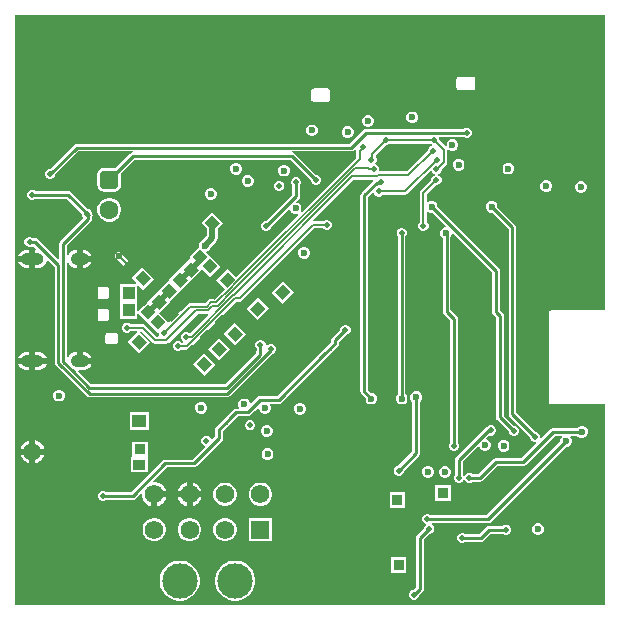
<source format=gbl>
G04*
G04 #@! TF.GenerationSoftware,Altium Limited,Altium Designer,25.0.2 (28)*
G04*
G04 Layer_Physical_Order=4*
G04 Layer_Color=16711680*
%FSLAX25Y25*%
%MOIN*%
G70*
G04*
G04 #@! TF.SameCoordinates,77BAF947-F79B-4421-9DE9-08F6AA71662D*
G04*
G04*
G04 #@! TF.FilePolarity,Positive*
G04*
G01*
G75*
%ADD11C,0.00984*%
%ADD13C,0.00787*%
%ADD26R,0.03772X0.03591*%
G04:AMPARAMS|DCode=34|XSize=37.72mil|YSize=35.91mil|CornerRadius=0mil|HoleSize=0mil|Usage=FLASHONLY|Rotation=225.000|XOffset=0mil|YOffset=0mil|HoleType=Round|Shape=Rectangle|*
%AMROTATEDRECTD34*
4,1,4,0.00064,0.02603,0.02603,0.00064,-0.00064,-0.02603,-0.02603,-0.00064,0.00064,0.02603,0.0*
%
%ADD34ROTATEDRECTD34*%

G04:AMPARAMS|DCode=35|XSize=37.72mil|YSize=35.91mil|CornerRadius=0mil|HoleSize=0mil|Usage=FLASHONLY|Rotation=315.000|XOffset=0mil|YOffset=0mil|HoleType=Round|Shape=Rectangle|*
%AMROTATEDRECTD35*
4,1,4,-0.02603,0.00064,-0.00064,0.02603,0.02603,-0.00064,0.00064,-0.02603,-0.02603,0.00064,0.0*
%
%ADD35ROTATEDRECTD35*%

%ADD65R,0.03591X0.03772*%
%ADD125C,0.00984*%
%ADD127C,0.01968*%
%ADD132C,0.00984*%
%ADD133C,0.00984*%
%ADD135C,0.00728*%
%ADD141C,0.00984*%
%ADD150C,0.06000*%
%ADD151C,0.06299*%
G04:AMPARAMS|DCode=152|XSize=62.99mil|YSize=62.99mil|CornerRadius=15.75mil|HoleSize=0mil|Usage=FLASHONLY|Rotation=270.000|XOffset=0mil|YOffset=0mil|HoleType=Round|Shape=RoundedRectangle|*
%AMROUNDEDRECTD152*
21,1,0.06299,0.03150,0,0,270.0*
21,1,0.03150,0.06299,0,0,270.0*
1,1,0.03150,-0.01575,-0.01575*
1,1,0.03150,-0.01575,0.01575*
1,1,0.03150,0.01575,0.01575*
1,1,0.03150,0.01575,-0.01575*
%
%ADD152ROUNDEDRECTD152*%
%ADD153O,0.07677X0.04134*%
%ADD154O,0.06102X0.04134*%
%ADD155C,0.11811*%
%ADD156C,0.06181*%
%ADD157R,0.06181X0.06181*%
%ADD158C,0.01811*%
%ADD159C,0.02362*%
%ADD160C,0.01968*%
%ADD162R,0.04164X0.03591*%
%ADD163R,0.04750X0.04166*%
G04:AMPARAMS|DCode=164|XSize=35.67mil|YSize=33.79mil|CornerRadius=0mil|HoleSize=0mil|Usage=FLASHONLY|Rotation=135.000|XOffset=0mil|YOffset=0mil|HoleType=Round|Shape=Rectangle|*
%AMROTATEDRECTD164*
4,1,4,0.02456,-0.00067,0.00067,-0.02456,-0.02456,0.00067,-0.00067,0.02456,0.02456,-0.00067,0.0*
%
%ADD164ROTATEDRECTD164*%

%ADD165R,0.03961X0.04153*%
%ADD166C,0.00984*%
G36*
X196850Y98244D02*
X178740D01*
X178433Y98183D01*
X178173Y98009D01*
X177998Y97748D01*
X177937Y97441D01*
Y67913D01*
X177998Y67606D01*
X178173Y67346D01*
X178433Y67172D01*
X178740Y67111D01*
X196850D01*
Y0D01*
X0D01*
Y196850D01*
X196850D01*
Y98244D01*
D02*
G37*
%LPC*%
G36*
X152744Y176219D02*
X148044D01*
X147737Y176157D01*
X147476Y175983D01*
X147302Y175723D01*
X147241Y175416D01*
Y172616D01*
X147302Y172309D01*
X147476Y172048D01*
X147737Y171874D01*
X148044Y171813D01*
X152744D01*
X153051Y171874D01*
X153311Y172048D01*
X153485Y172309D01*
X153547Y172616D01*
Y175416D01*
X153485Y175723D01*
X153311Y175983D01*
X153051Y176157D01*
X152744Y176219D01*
D02*
G37*
G36*
X104318Y172282D02*
X99619D01*
X99311Y172221D01*
X99051Y172046D01*
X98877Y171786D01*
X98816Y171479D01*
Y168679D01*
X98877Y168371D01*
X99051Y168111D01*
X99311Y167937D01*
X99619Y167876D01*
X104318D01*
X104626Y167937D01*
X104886Y168111D01*
X105060Y168371D01*
X105121Y168679D01*
Y171479D01*
X105060Y171786D01*
X104886Y172046D01*
X104626Y172221D01*
X104318Y172282D01*
D02*
G37*
G36*
X132887Y164567D02*
X132104D01*
X131381Y164267D01*
X130827Y163714D01*
X130527Y162990D01*
Y162207D01*
X130827Y161483D01*
X131381Y160930D01*
X132104Y160630D01*
X132887D01*
X133611Y160930D01*
X134165Y161483D01*
X134464Y162207D01*
Y162990D01*
X134165Y163714D01*
X133611Y164267D01*
X132887Y164567D01*
D02*
G37*
G36*
X118108Y163386D02*
X117325D01*
X116602Y163086D01*
X116048Y162532D01*
X115748Y161809D01*
Y161026D01*
X116048Y160302D01*
X116602Y159748D01*
X117325Y159449D01*
X118108D01*
X118832Y159748D01*
X119385Y160302D01*
X119685Y161026D01*
Y161809D01*
X119385Y162532D01*
X118832Y163086D01*
X118108Y163386D01*
D02*
G37*
G36*
X99498Y160236D02*
X98715D01*
X97991Y159937D01*
X97438Y159383D01*
X97138Y158659D01*
Y157876D01*
X97438Y157153D01*
X97991Y156599D01*
X98715Y156299D01*
X99498D01*
X100221Y156599D01*
X100775Y157153D01*
X101075Y157876D01*
Y158659D01*
X100775Y159383D01*
X100221Y159937D01*
X99498Y160236D01*
D02*
G37*
G36*
X150927Y159173D02*
X150254D01*
X149632Y158915D01*
X149501Y158785D01*
X117126D01*
X116627Y158686D01*
X116203Y158403D01*
X111664Y153864D01*
X20669D01*
X20170Y153764D01*
X19747Y153482D01*
X11659Y145394D01*
X11474D01*
X10852Y145136D01*
X10376Y144660D01*
X10118Y144037D01*
Y143364D01*
X10376Y142742D01*
X10852Y142266D01*
X11474Y142008D01*
X12148D01*
X12770Y142266D01*
X13246Y142742D01*
X13504Y143364D01*
Y143549D01*
X21210Y151255D01*
X39276D01*
X39292Y150911D01*
X38792Y150812D01*
X38369Y150529D01*
X33541Y145701D01*
X33071Y145794D01*
X29921D01*
X29000Y145611D01*
X28218Y145089D01*
X27696Y144307D01*
X27513Y143386D01*
Y140236D01*
X27696Y139314D01*
X28218Y138533D01*
X29000Y138011D01*
X29921Y137828D01*
X33071D01*
X33993Y138011D01*
X34774Y138533D01*
X35296Y139314D01*
X35479Y140236D01*
Y143386D01*
X35386Y143856D01*
X39832Y148302D01*
X91979D01*
X98701Y141580D01*
Y141396D01*
X98959Y140773D01*
X99435Y140297D01*
X100057Y140040D01*
X100731D01*
X101353Y140297D01*
X101829Y140773D01*
X102087Y141396D01*
Y142069D01*
X101829Y142691D01*
X101353Y143167D01*
X100731Y143425D01*
X100546D01*
X93442Y150529D01*
X93019Y150812D01*
X92520Y150911D01*
X92535Y151255D01*
X112205D01*
X112704Y151354D01*
X113127Y151637D01*
X113482Y151992D01*
X113805Y151819D01*
X113756Y151575D01*
X113756Y151575D01*
Y149220D01*
X95619Y131082D01*
X95322Y131281D01*
X95561Y131858D01*
Y132641D01*
X95262Y133364D01*
X94708Y133918D01*
X94022Y134202D01*
X93866Y134541D01*
X94646Y135321D01*
X94929Y135744D01*
X95028Y136244D01*
Y139832D01*
X95159Y139963D01*
X95417Y140585D01*
Y141259D01*
X95159Y141881D01*
X94683Y142357D01*
X94060Y142615D01*
X93387D01*
X92765Y142357D01*
X92289Y141881D01*
X92031Y141259D01*
Y140585D01*
X92289Y139963D01*
X92419Y139832D01*
Y136784D01*
X83683Y128048D01*
X83498D01*
X82876Y127790D01*
X82400Y127314D01*
X82142Y126692D01*
Y126018D01*
X82400Y125396D01*
X82876Y124920D01*
X83498Y124662D01*
X84172D01*
X84794Y124920D01*
X85270Y125396D01*
X85528Y126018D01*
Y126203D01*
X91301Y131976D01*
X91640Y131820D01*
X91924Y131134D01*
X92478Y130580D01*
X93201Y130281D01*
X93984D01*
X94561Y130520D01*
X94760Y130223D01*
X73781Y109245D01*
X70986Y112040D01*
X67205Y108259D01*
X69975Y105489D01*
X66619Y102133D01*
X65428D01*
X65428Y102133D01*
X64967Y102041D01*
X64576Y101780D01*
X63446Y100650D01*
X58329D01*
X58329Y100650D01*
X57868Y100558D01*
X57477Y100297D01*
X57477Y100297D01*
X51582Y94402D01*
X51236Y94393D01*
X48075Y97554D01*
X51583Y101063D01*
X55127Y104606D01*
X58780Y108259D01*
X62323Y111802D01*
X62665Y111785D01*
X65056Y109394D01*
X68559Y112897D01*
X65351Y116104D01*
X65351Y116104D01*
X63873Y117583D01*
X63955Y117996D01*
X64407Y118183D01*
X64961Y118737D01*
X65123Y119128D01*
X67145Y121150D01*
X67536Y121736D01*
X67674Y122427D01*
Y125593D01*
X69520Y127440D01*
X65739Y131221D01*
X62086Y127568D01*
X64061Y125593D01*
Y123175D01*
X62569Y121683D01*
X62177Y121521D01*
X61624Y120967D01*
X61324Y120244D01*
Y119460D01*
X61357Y119381D01*
X58213Y116237D01*
X58524Y115926D01*
X58542Y115583D01*
X54889Y111930D01*
X51346Y108387D01*
X47912Y104953D01*
X44259Y101301D01*
X44358Y101202D01*
X41069Y97912D01*
X41055Y97899D01*
X40705Y98044D01*
Y101275D01*
Y106722D01*
X41055Y106867D01*
X42695Y105227D01*
X46347Y108880D01*
X42566Y112661D01*
X38914Y109008D01*
X40569Y107353D01*
X40424Y107003D01*
X35169D01*
Y101275D01*
Y95561D01*
X40705D01*
Y97423D01*
X41055Y97568D01*
X41069Y97554D01*
X44097Y94526D01*
X47733Y90890D01*
X47914Y90614D01*
Y90325D01*
X48083Y89917D01*
X47850Y89567D01*
X47213D01*
X43461Y93318D01*
X43461Y93318D01*
X43071Y93579D01*
X42610Y93671D01*
X42610Y93671D01*
X38644D01*
X38361Y93955D01*
X37738Y94213D01*
X37065D01*
X36443Y93955D01*
X35966Y93479D01*
X35709Y92857D01*
Y92183D01*
X35966Y91561D01*
X36443Y91085D01*
X37065Y90827D01*
X37738D01*
X38361Y91085D01*
X38539Y91263D01*
X40654D01*
X40788Y90939D01*
X37566Y87718D01*
X41347Y83937D01*
X45000Y87590D01*
X41651Y90939D01*
X41785Y91263D01*
X42111D01*
X45744Y87629D01*
X45744Y87629D01*
X45863Y87511D01*
X45863Y87511D01*
X46253Y87250D01*
X46714Y87159D01*
X50559D01*
X50559Y87159D01*
X51020Y87250D01*
X51410Y87511D01*
X61003Y97104D01*
X64313D01*
X64456Y96839D01*
X64468Y96764D01*
X58428Y90725D01*
X58126D01*
X58046Y90805D01*
X57423Y91063D01*
X56750D01*
X56128Y90805D01*
X55651Y90329D01*
X55394Y89707D01*
Y89033D01*
X55651Y88411D01*
X56128Y87935D01*
X56150Y87926D01*
X56080Y87576D01*
X55725D01*
X55464Y87837D01*
X54842Y88095D01*
X54168D01*
X53546Y87837D01*
X53070Y87361D01*
X52812Y86738D01*
Y86065D01*
X53070Y85443D01*
X53546Y84966D01*
X54168Y84709D01*
X54842D01*
X55464Y84966D01*
X55725Y85227D01*
X57417D01*
X57866Y85317D01*
X58247Y85571D01*
X73867Y101191D01*
X75000D01*
X75449Y101281D01*
X75830Y101535D01*
X99892Y125597D01*
X102717D01*
X102978Y125336D01*
X103600Y125079D01*
X104274D01*
X104896Y125336D01*
X105372Y125813D01*
X105630Y126435D01*
Y127108D01*
X105372Y127731D01*
X104896Y128207D01*
X104274Y128464D01*
X103600D01*
X102978Y128207D01*
X102717Y127946D01*
X99600D01*
X99456Y128296D01*
X112943Y141783D01*
X119426D01*
X119560Y141459D01*
X115613Y137512D01*
X115330Y137089D01*
X115231Y136590D01*
Y71260D01*
X115330Y70761D01*
X115613Y70337D01*
X116929Y69021D01*
Y68506D01*
X117229Y67782D01*
X117782Y67229D01*
X118506Y66929D01*
X119289D01*
X120013Y67229D01*
X120566Y67782D01*
X120866Y68506D01*
Y69289D01*
X120566Y70013D01*
X120013Y70566D01*
X119289Y70866D01*
X118774D01*
X117840Y71800D01*
Y136050D01*
X119244Y137453D01*
X119656Y137371D01*
X119825Y136963D01*
X120301Y136487D01*
X120923Y136229D01*
X121597D01*
X122219Y136487D01*
X122618Y136886D01*
X130114D01*
X130115Y136886D01*
X130575Y136978D01*
X130966Y137239D01*
X138535Y144808D01*
X138947Y144725D01*
X139116Y144317D01*
X139592Y143840D01*
X139947Y143693D01*
Y143315D01*
X139592Y143167D01*
X139116Y142691D01*
X138858Y142069D01*
Y141743D01*
X135369Y138253D01*
X135108Y137862D01*
X135016Y137401D01*
X135016Y137401D01*
Y127568D01*
X134785Y127337D01*
X134528Y126715D01*
Y126041D01*
X134785Y125419D01*
X135262Y124943D01*
X135884Y124685D01*
X136557D01*
X137180Y124943D01*
X137656Y125419D01*
X137914Y126041D01*
Y126715D01*
X137656Y127337D01*
X137425Y127568D01*
Y131145D01*
X137748Y131279D01*
X137822Y131205D01*
X138545Y130905D01*
X139060D01*
X143658Y126308D01*
X143524Y125984D01*
X143309D01*
X142586Y125685D01*
X142032Y125131D01*
X141732Y124407D01*
Y123624D01*
X142032Y122901D01*
X142586Y122347D01*
X142632Y122328D01*
Y97874D01*
X142732Y97375D01*
X143015Y96952D01*
X145172Y94794D01*
Y54259D01*
X145021Y54109D01*
X144764Y53486D01*
Y52813D01*
X145021Y52191D01*
X145498Y51714D01*
X146120Y51457D01*
X146793D01*
X147416Y51714D01*
X147892Y52191D01*
X148150Y52813D01*
Y53486D01*
X147892Y54109D01*
X147781Y54220D01*
Y95335D01*
X147682Y95834D01*
X147399Y96257D01*
X145242Y98414D01*
Y122773D01*
X145370Y122901D01*
X145669Y123624D01*
Y123839D01*
X145993Y123973D01*
X159085Y110881D01*
Y97877D01*
X159185Y97378D01*
X159467Y96955D01*
X159633Y96789D01*
X159633Y96789D01*
X160424Y95998D01*
Y62681D01*
X160523Y62182D01*
X160806Y61759D01*
X164646Y57919D01*
Y57734D01*
X164903Y57112D01*
X165380Y56636D01*
X166002Y56378D01*
X166675D01*
X167297Y56636D01*
X167774Y57112D01*
X168032Y57734D01*
Y58408D01*
X167774Y59030D01*
X167297Y59506D01*
X166675Y59764D01*
X166491D01*
X163033Y63222D01*
Y96538D01*
X163033Y96538D01*
X162934Y97038D01*
X162651Y97461D01*
X162651Y97461D01*
X161694Y98417D01*
Y111421D01*
X161595Y111921D01*
X161312Y112344D01*
X140905Y132750D01*
Y133265D01*
X140606Y133989D01*
X140052Y134543D01*
X139329Y134843D01*
X138545D01*
X137822Y134543D01*
X137748Y134469D01*
X137425Y134603D01*
Y136903D01*
X140561Y140040D01*
X140888D01*
X141510Y140297D01*
X141986Y140773D01*
X142244Y141396D01*
Y142069D01*
X141986Y142691D01*
X141510Y143167D01*
X141155Y143315D01*
Y143693D01*
X141510Y143840D01*
X141986Y144317D01*
X142244Y144939D01*
Y145203D01*
X143808Y146767D01*
X144069Y147158D01*
X144161Y147619D01*
X144161Y147619D01*
Y151803D01*
X144372Y151930D01*
X144503Y151955D01*
X144791Y151668D01*
X145515Y151368D01*
X146298D01*
X147021Y151668D01*
X147575Y152222D01*
X147875Y152945D01*
Y153728D01*
X147575Y154452D01*
X147021Y155005D01*
X146298Y155305D01*
X145515D01*
X144791Y155005D01*
X144237Y154452D01*
X143938Y153728D01*
Y153107D01*
X143588Y152962D01*
X141457Y155093D01*
Y155420D01*
X141288Y155826D01*
X141522Y156176D01*
X149501D01*
X149632Y156045D01*
X150254Y155787D01*
X150927D01*
X151549Y156045D01*
X152026Y156521D01*
X152284Y157144D01*
Y157817D01*
X152026Y158439D01*
X151549Y158915D01*
X150927Y159173D01*
D02*
G37*
G36*
X111335Y159646D02*
X110552D01*
X109828Y159346D01*
X109274Y158792D01*
X108975Y158069D01*
Y157286D01*
X109274Y156562D01*
X109828Y156008D01*
X110552Y155709D01*
X111335D01*
X112058Y156008D01*
X112612Y156562D01*
X112912Y157286D01*
Y158069D01*
X112612Y158792D01*
X112058Y159346D01*
X111335Y159646D01*
D02*
G37*
G36*
X148317Y148819D02*
X147534D01*
X146810Y148519D01*
X146256Y147965D01*
X145957Y147242D01*
Y146459D01*
X146256Y145735D01*
X146810Y145182D01*
X147534Y144882D01*
X148317D01*
X149040Y145182D01*
X149594Y145735D01*
X149894Y146459D01*
Y147242D01*
X149594Y147965D01*
X149040Y148519D01*
X148317Y148819D01*
D02*
G37*
G36*
X164959Y147539D02*
X164175D01*
X163452Y147240D01*
X162898Y146686D01*
X162599Y145963D01*
Y145179D01*
X162898Y144456D01*
X163452Y143902D01*
X164175Y143603D01*
X164959D01*
X165682Y143902D01*
X166236Y144456D01*
X166535Y145179D01*
Y145963D01*
X166236Y146686D01*
X165682Y147240D01*
X164959Y147539D01*
D02*
G37*
G36*
X74203Y147433D02*
X73419D01*
X72696Y147133D01*
X72142Y146580D01*
X71843Y145856D01*
Y145073D01*
X72142Y144350D01*
X72696Y143796D01*
X73419Y143496D01*
X74203D01*
X74926Y143796D01*
X75480Y144350D01*
X75780Y145073D01*
Y145856D01*
X75480Y146580D01*
X74926Y147133D01*
X74203Y147433D01*
D02*
G37*
G36*
X90132Y146873D02*
X89349D01*
X88626Y146574D01*
X88072Y146020D01*
X87772Y145297D01*
Y144513D01*
X88072Y143790D01*
X88626Y143236D01*
X89349Y142937D01*
X90132D01*
X90856Y143236D01*
X91410Y143790D01*
X91709Y144513D01*
Y145297D01*
X91410Y146020D01*
X90856Y146574D01*
X90132Y146873D01*
D02*
G37*
G36*
X78006Y143362D02*
X77223D01*
X76499Y143063D01*
X75946Y142509D01*
X75646Y141786D01*
Y141002D01*
X75946Y140279D01*
X76499Y139725D01*
X77223Y139426D01*
X78006D01*
X78729Y139725D01*
X79283Y140279D01*
X79583Y141002D01*
Y141786D01*
X79283Y142509D01*
X78729Y143063D01*
X78006Y143362D01*
D02*
G37*
G36*
X88526Y141457D02*
X87852D01*
X87230Y141199D01*
X86754Y140723D01*
X86496Y140101D01*
Y139427D01*
X86754Y138805D01*
X87230Y138329D01*
X87852Y138071D01*
X88526D01*
X89148Y138329D01*
X89624Y138805D01*
X89882Y139427D01*
Y140101D01*
X89624Y140723D01*
X89148Y141199D01*
X88526Y141457D01*
D02*
G37*
G36*
X177557Y141626D02*
X176774D01*
X176050Y141326D01*
X175496Y140773D01*
X175197Y140049D01*
Y139266D01*
X175496Y138542D01*
X176050Y137989D01*
X176774Y137689D01*
X177557D01*
X178280Y137989D01*
X178834Y138542D01*
X179134Y139266D01*
Y140049D01*
X178834Y140773D01*
X178280Y141326D01*
X177557Y141626D01*
D02*
G37*
G36*
X189132Y141339D02*
X188349D01*
X187625Y141039D01*
X187071Y140485D01*
X186772Y139762D01*
Y138979D01*
X187071Y138255D01*
X187625Y137701D01*
X188349Y137402D01*
X189132D01*
X189855Y137701D01*
X190409Y138255D01*
X190709Y138979D01*
Y139762D01*
X190409Y140485D01*
X189855Y141039D01*
X189132Y141339D01*
D02*
G37*
G36*
X65723Y138999D02*
X64940D01*
X64216Y138700D01*
X63662Y138146D01*
X63363Y137423D01*
Y136639D01*
X63662Y135916D01*
X64216Y135362D01*
X64940Y135063D01*
X65723D01*
X66446Y135362D01*
X67000Y135916D01*
X67300Y136639D01*
Y137423D01*
X67000Y138146D01*
X66446Y138700D01*
X65723Y138999D01*
D02*
G37*
G36*
X32015Y135748D02*
X30978D01*
X29976Y135480D01*
X29079Y134961D01*
X28346Y134228D01*
X27828Y133331D01*
X27559Y132329D01*
Y131293D01*
X27828Y130291D01*
X28346Y129394D01*
X29079Y128661D01*
X29976Y128142D01*
X30978Y127874D01*
X32015D01*
X33016Y128142D01*
X33913Y128661D01*
X34646Y129394D01*
X35165Y130291D01*
X35433Y131293D01*
Y132329D01*
X35165Y133331D01*
X34646Y134228D01*
X33913Y134961D01*
X33016Y135480D01*
X32015Y135748D01*
D02*
G37*
G36*
X22654Y118525D02*
Y116433D01*
X25543D01*
X25317Y116980D01*
X24825Y117621D01*
X24184Y118112D01*
X23438Y118421D01*
X22654Y118525D01*
D02*
G37*
G36*
X4906Y118526D02*
X4134D01*
X3333Y118421D01*
X2587Y118112D01*
X1946Y117621D01*
X1455Y116980D01*
X1228Y116433D01*
X4906D01*
Y118526D01*
D02*
G37*
G36*
X96892Y119468D02*
X96108D01*
X95385Y119169D01*
X94831Y118615D01*
X94532Y117892D01*
Y117108D01*
X94831Y116385D01*
X95385Y115831D01*
X96108Y115532D01*
X96892D01*
X97615Y115831D01*
X98169Y116385D01*
X98469Y117108D01*
Y117892D01*
X98169Y118615D01*
X97615Y119169D01*
X96892Y119468D01*
D02*
G37*
G36*
X6242Y138504D02*
X5569D01*
X4947Y138246D01*
X4470Y137770D01*
X4213Y137148D01*
Y136474D01*
X4470Y135852D01*
X4947Y135376D01*
X5569Y135118D01*
X6242D01*
X6865Y135376D01*
X6995Y135506D01*
X17176D01*
X22302Y130380D01*
Y130196D01*
X22560Y129573D01*
X22979Y129155D01*
X15219Y121395D01*
X14936Y120972D01*
X14837Y120472D01*
Y117323D01*
X14837Y117323D01*
Y115308D01*
X14514Y115174D01*
X11946Y117742D01*
X11946Y117742D01*
X9986Y119702D01*
X9986Y119702D01*
X7702Y121985D01*
X7492Y122126D01*
X7279Y122268D01*
X7279Y122268D01*
X7279Y122268D01*
X7122Y122300D01*
X6780Y122368D01*
X6011D01*
X5880Y122498D01*
X5258Y122756D01*
X4585D01*
X3962Y122498D01*
X3486Y122022D01*
X3229Y121400D01*
Y120726D01*
X3486Y120104D01*
X3962Y119628D01*
X4585Y119370D01*
X5258D01*
X5880Y119628D01*
X6011Y119758D01*
X6239D01*
X7148Y118850D01*
X7014Y118526D01*
X6906D01*
Y115433D01*
Y112340D01*
X7677D01*
X8478Y112445D01*
X9224Y112754D01*
X9865Y113246D01*
X10356Y113886D01*
X10665Y114632D01*
X10695Y114859D01*
X11026Y114971D01*
X13262Y112735D01*
Y80900D01*
X13362Y80401D01*
X13645Y79978D01*
X23995Y69627D01*
X24419Y69344D01*
X24918Y69245D01*
X24918Y69245D01*
X30860D01*
X30861Y69245D01*
X70739D01*
X71238Y69344D01*
X71661Y69627D01*
X85644Y83610D01*
X85668D01*
X86290Y83867D01*
X86766Y84344D01*
X87024Y84966D01*
Y85639D01*
X86766Y86262D01*
X86290Y86738D01*
X85668Y86996D01*
X84995D01*
X84372Y86738D01*
X83896Y86262D01*
X83583Y86358D01*
Y87031D01*
X83325Y87654D01*
X82849Y88130D01*
X82227Y88388D01*
X81553D01*
X80931Y88130D01*
X80455Y87654D01*
X80197Y87031D01*
Y86358D01*
X80455Y85736D01*
X80585Y85605D01*
Y84950D01*
X80488Y84804D01*
X80388Y84305D01*
Y83931D01*
X71239Y74781D01*
X71239Y74781D01*
X70286Y73828D01*
X25371D01*
X21199Y78001D01*
X21332Y78324D01*
X22638D01*
X23438Y78429D01*
X24184Y78738D01*
X24825Y79230D01*
X25317Y79871D01*
X25543Y80417D01*
X21654D01*
Y81417D01*
X20654D01*
Y84509D01*
X19869Y84405D01*
X19123Y84096D01*
X18482Y83605D01*
X17990Y82964D01*
X17796Y82496D01*
X17446Y82565D01*
Y83985D01*
X17446Y83985D01*
Y114173D01*
X17483Y114196D01*
X17919Y114060D01*
X17990Y113886D01*
X18482Y113246D01*
X19123Y112754D01*
X19869Y112445D01*
X20654Y112342D01*
Y115433D01*
Y118525D01*
X19869Y118421D01*
X19123Y118112D01*
X18482Y117621D01*
X17990Y116980D01*
X17796Y116511D01*
X17446Y116581D01*
Y117323D01*
X17446Y117323D01*
Y119932D01*
X25416Y127901D01*
X25699Y128325D01*
X25798Y128824D01*
Y129402D01*
X25812Y129422D01*
X25911Y129921D01*
X25812Y130421D01*
X25688Y130605D01*
Y130869D01*
X25431Y131491D01*
X24954Y131968D01*
X24332Y132225D01*
X24147D01*
X18639Y137733D01*
X18216Y138016D01*
X17717Y138116D01*
X6995D01*
X6865Y138246D01*
X6242Y138504D01*
D02*
G37*
G36*
X25543Y114433D02*
X22654D01*
Y112342D01*
X23438Y112445D01*
X24184Y112754D01*
X24825Y113246D01*
X25317Y113886D01*
X25543Y114433D01*
D02*
G37*
G36*
X4906D02*
X1228D01*
X1455Y113886D01*
X1946Y113246D01*
X2587Y112754D01*
X3333Y112445D01*
X4134Y112340D01*
X4906D01*
Y114433D01*
D02*
G37*
G36*
X34646Y117740D02*
X34185Y117648D01*
X33794Y117387D01*
X33533Y116996D01*
X33441Y116535D01*
X33533Y116075D01*
X33794Y115684D01*
X37337Y112141D01*
X37728Y111880D01*
X38189Y111788D01*
X38583D01*
X39044Y111880D01*
X39434Y112141D01*
X39695Y112531D01*
X39787Y112992D01*
X39695Y113453D01*
X39434Y113844D01*
X39044Y114105D01*
X38714Y114170D01*
X35497Y117387D01*
X35107Y117648D01*
X34646Y117740D01*
D02*
G37*
G36*
X30628Y106171D02*
X28428D01*
X28120Y106110D01*
X27860Y105936D01*
X27686Y105676D01*
X27625Y105368D01*
Y102868D01*
X27686Y102561D01*
X27860Y102301D01*
X28120Y102127D01*
X28428Y102066D01*
X30628D01*
X30935Y102127D01*
X31195Y102301D01*
X31369Y102561D01*
X31430Y102868D01*
Y105368D01*
X31369Y105676D01*
X31195Y105936D01*
X30935Y106110D01*
X30628Y106171D01*
D02*
G37*
G36*
X89576Y107992D02*
X85795Y104211D01*
X89447Y100558D01*
X93228Y104339D01*
X89576Y107992D01*
D02*
G37*
G36*
X81222Y102591D02*
X77441Y98810D01*
X81094Y95157D01*
X84875Y98938D01*
X81222Y102591D01*
D02*
G37*
G36*
X30628Y98903D02*
X28428D01*
X28120Y98842D01*
X27860Y98668D01*
X27686Y98408D01*
X27625Y98100D01*
Y95600D01*
X27686Y95293D01*
X27860Y95033D01*
X28120Y94859D01*
X28428Y94798D01*
X30628D01*
X30935Y94859D01*
X31195Y95033D01*
X31369Y95293D01*
X31430Y95600D01*
Y98100D01*
X31369Y98408D01*
X31195Y98668D01*
X30935Y98842D01*
X30628Y98903D01*
D02*
G37*
G36*
X33533Y90879D02*
X31034D01*
X30726Y90818D01*
X30466Y90644D01*
X30292Y90384D01*
X30231Y90076D01*
Y87876D01*
X30292Y87569D01*
X30466Y87309D01*
X30726Y87135D01*
X31034Y87074D01*
X33533D01*
X33841Y87135D01*
X34101Y87309D01*
X34275Y87569D01*
X34336Y87876D01*
Y90076D01*
X34275Y90384D01*
X34101Y90644D01*
X33841Y90818D01*
X33533Y90879D01*
D02*
G37*
G36*
X73220Y94213D02*
X69567Y90560D01*
X73348Y86779D01*
X77001Y90432D01*
X73220Y94213D01*
D02*
G37*
G36*
X22654Y84509D02*
Y82417D01*
X25543D01*
X25317Y82964D01*
X24825Y83605D01*
X24184Y84096D01*
X23438Y84405D01*
X22654Y84509D01*
D02*
G37*
G36*
X7677Y84511D02*
X6906D01*
Y82417D01*
X10583D01*
X10356Y82964D01*
X9865Y83605D01*
X9224Y84096D01*
X8478Y84405D01*
X7677Y84511D01*
D02*
G37*
G36*
X4906D02*
X4134D01*
X3333Y84405D01*
X2587Y84096D01*
X1946Y83605D01*
X1455Y82964D01*
X1228Y82417D01*
X4906D01*
Y84511D01*
D02*
G37*
G36*
X68102Y89095D02*
X64449Y85442D01*
X68230Y81661D01*
X71882Y85314D01*
X68102Y89095D01*
D02*
G37*
G36*
X10583Y80417D02*
X6906D01*
Y78324D01*
X7677D01*
X8478Y78429D01*
X9224Y78738D01*
X9865Y79230D01*
X10356Y79871D01*
X10583Y80417D01*
D02*
G37*
G36*
X4906D02*
X1228D01*
X1455Y79871D01*
X1946Y79230D01*
X2587Y78738D01*
X3333Y78429D01*
X4134Y78324D01*
X4906D01*
Y80417D01*
D02*
G37*
G36*
X62984Y83976D02*
X59331Y80324D01*
X63112Y76543D01*
X66764Y80195D01*
X62984Y83976D01*
D02*
G37*
G36*
X110573Y93425D02*
X109899D01*
X109277Y93168D01*
X108801Y92691D01*
X108543Y92069D01*
Y91884D01*
X105851Y89192D01*
X105569Y88769D01*
X105469Y88270D01*
Y87786D01*
X104113Y86429D01*
X104113Y86429D01*
X102547Y84864D01*
X102547Y84863D01*
X87409Y69726D01*
X84466D01*
X84465Y69726D01*
X82251D01*
X82251Y69726D01*
X81775D01*
X81276Y69626D01*
X80853Y69344D01*
X80853Y69344D01*
X78795Y67286D01*
X78431Y67417D01*
X78172Y68044D01*
X77618Y68598D01*
X76894Y68898D01*
X76111D01*
X75388Y68598D01*
X74834Y68044D01*
X74534Y67321D01*
Y66538D01*
X74794Y65911D01*
X74630Y65561D01*
X73746D01*
X73247Y65461D01*
X72824Y65178D01*
X72824Y65178D01*
X70886Y63241D01*
X70886Y63241D01*
X69436Y61791D01*
X69436Y61791D01*
X67172Y59527D01*
X66889Y59104D01*
X66790Y58605D01*
Y57128D01*
X66790Y57128D01*
Y56189D01*
X65894Y55293D01*
X65481Y55375D01*
X65313Y55782D01*
X64837Y56258D01*
X64215Y56516D01*
X63541D01*
X62919Y56258D01*
X62443Y55782D01*
X62185Y55160D01*
Y54486D01*
X62443Y53864D01*
X62919Y53388D01*
X63325Y53219D01*
X63407Y52807D01*
X59176Y48575D01*
X56225D01*
X56225Y48575D01*
X54011D01*
X54011Y48575D01*
X50160D01*
X49661Y48476D01*
X49238Y48193D01*
X49238Y48193D01*
X38767Y37722D01*
X30617D01*
X30487Y37852D01*
X29864Y38110D01*
X29191D01*
X28569Y37852D01*
X28092Y37376D01*
X27835Y36754D01*
Y36081D01*
X28092Y35458D01*
X28569Y34982D01*
X29191Y34725D01*
X29864D01*
X30487Y34982D01*
X30617Y35113D01*
X39307D01*
X39807Y35212D01*
X40230Y35495D01*
X42016Y37281D01*
X42366Y37136D01*
Y36469D01*
X42645Y35429D01*
X43183Y34496D01*
X43945Y33735D01*
X44878Y33196D01*
X45457Y33041D01*
Y37008D01*
X46457D01*
Y38008D01*
X50424D01*
X50269Y38587D01*
X49730Y39520D01*
X48968Y40281D01*
X48036Y40820D01*
X46995Y41098D01*
X46328D01*
X46183Y41449D01*
X50701Y45966D01*
X54011D01*
X54011Y45966D01*
X56225D01*
X56225Y45966D01*
X59716D01*
X60216Y46065D01*
X60639Y46348D01*
X65794Y51503D01*
X65794Y51503D01*
X69017Y54726D01*
X69300Y55150D01*
X69399Y55649D01*
Y57128D01*
X69399Y57128D01*
Y58064D01*
X71281Y59946D01*
X71281Y59946D01*
X72731Y61396D01*
X72731Y61396D01*
X74286Y62951D01*
X75396D01*
X75396Y62951D01*
X77610D01*
X78109Y63051D01*
X78532Y63333D01*
X80098Y64899D01*
X80098Y64899D01*
X81040Y65841D01*
X81390Y65696D01*
Y65356D01*
X81690Y64633D01*
X82243Y64079D01*
X82967Y63779D01*
X83750D01*
X84473Y64079D01*
X85027Y64633D01*
X85327Y65356D01*
Y66140D01*
X85067Y66767D01*
X85231Y67117D01*
X87950D01*
X88449Y67216D01*
X88872Y67499D01*
X104392Y83018D01*
X104392Y83019D01*
X105958Y84584D01*
X105958Y84584D01*
X107696Y86323D01*
X107696Y86323D01*
X107979Y86746D01*
X108078Y87245D01*
X108078Y87245D01*
Y87729D01*
X110388Y90039D01*
X110573D01*
X111195Y90297D01*
X111671Y90773D01*
X111929Y91395D01*
Y92069D01*
X111671Y92691D01*
X111195Y93168D01*
X110573Y93425D01*
D02*
G37*
G36*
X15155Y71851D02*
X14372D01*
X13649Y71551D01*
X13095Y70997D01*
X12795Y70274D01*
Y69490D01*
X13095Y68767D01*
X13649Y68213D01*
X14372Y67914D01*
X15155D01*
X15879Y68213D01*
X16433Y68767D01*
X16732Y69490D01*
Y70274D01*
X16433Y70997D01*
X15879Y71551D01*
X15155Y71851D01*
D02*
G37*
G36*
X129274Y125709D02*
X128600D01*
X127978Y125451D01*
X127502Y124975D01*
X127244Y124353D01*
Y123679D01*
X127502Y123057D01*
X127632Y122926D01*
Y70377D01*
X127268Y70013D01*
X126969Y69289D01*
Y68506D01*
X127268Y67782D01*
X127822Y67229D01*
X128545Y66929D01*
X129329D01*
X130052Y67229D01*
X130606Y67782D01*
X130905Y68506D01*
Y69289D01*
X130606Y70013D01*
X130242Y70377D01*
Y122926D01*
X130372Y123057D01*
X130630Y123679D01*
Y124353D01*
X130372Y124975D01*
X129896Y125451D01*
X129274Y125709D01*
D02*
G37*
G36*
X62596Y67777D02*
X61813D01*
X61090Y67478D01*
X60536Y66924D01*
X60236Y66200D01*
Y65417D01*
X60536Y64694D01*
X61090Y64140D01*
X61813Y63840D01*
X62596D01*
X63320Y64140D01*
X63873Y64694D01*
X64173Y65417D01*
Y66200D01*
X63873Y66924D01*
X63320Y67478D01*
X62596Y67777D01*
D02*
G37*
G36*
X95484Y67461D02*
X94701D01*
X93977Y67161D01*
X93423Y66607D01*
X93124Y65884D01*
Y65101D01*
X93423Y64377D01*
X93977Y63823D01*
X94701Y63524D01*
X95484D01*
X96207Y63823D01*
X96761Y64377D01*
X97061Y65101D01*
Y65884D01*
X96761Y66607D01*
X96207Y67161D01*
X95484Y67461D01*
D02*
G37*
G36*
X44603Y64288D02*
X38278D01*
Y58547D01*
X44603D01*
Y64288D01*
D02*
G37*
G36*
X78683Y61634D02*
X78010D01*
X77387Y61376D01*
X76911Y60900D01*
X76654Y60278D01*
Y59604D01*
X76911Y58982D01*
X77387Y58506D01*
X78010Y58248D01*
X78683D01*
X79305Y58506D01*
X79782Y58982D01*
X80039Y59604D01*
Y60278D01*
X79782Y60900D01*
X79305Y61376D01*
X78683Y61634D01*
D02*
G37*
G36*
X159328Y134843D02*
X158545D01*
X157822Y134543D01*
X157268Y133989D01*
X156968Y133265D01*
Y132482D01*
X157268Y131759D01*
X157822Y131205D01*
X158545Y130905D01*
X159061D01*
X164597Y125369D01*
Y110950D01*
X164597Y110950D01*
Y108735D01*
X164597Y108735D01*
Y105438D01*
X164597Y105438D01*
Y103223D01*
X164597Y103223D01*
Y99926D01*
X164597Y99926D01*
Y97712D01*
X164597Y97712D01*
Y63626D01*
X164696Y63127D01*
X164979Y62704D01*
X171732Y55950D01*
Y55766D01*
X171990Y55143D01*
X172466Y54667D01*
X173089Y54409D01*
X173724D01*
X173802Y54313D01*
X173896Y54086D01*
X168793Y48983D01*
X160259D01*
X159759Y48884D01*
X159336Y48601D01*
X154560Y43824D01*
X152664D01*
X152534Y43955D01*
X151911Y44213D01*
X151238D01*
X150616Y43955D01*
X150140Y43479D01*
X149993Y43124D01*
X149614D01*
X149467Y43479D01*
X149336Y43609D01*
Y47955D01*
X154425Y53044D01*
X154788Y52912D01*
X155048Y52285D01*
X155602Y51731D01*
X156325Y51432D01*
X157108D01*
X157832Y51731D01*
X158385Y52285D01*
X158685Y53009D01*
Y53792D01*
X158385Y54515D01*
X157832Y55069D01*
X157205Y55329D01*
X157073Y55692D01*
X158064Y56683D01*
X158325Y56575D01*
X158998D01*
X159620Y56832D01*
X160097Y57309D01*
X160354Y57931D01*
Y58605D01*
X160097Y59227D01*
X159620Y59703D01*
X158998Y59961D01*
X158325D01*
X157703Y59703D01*
X157401Y59402D01*
X157192Y59360D01*
X156768Y59077D01*
X154687Y56996D01*
X153121Y55430D01*
X153121Y55430D01*
X147109Y49418D01*
X146826Y48995D01*
X146727Y48496D01*
Y43609D01*
X146596Y43479D01*
X146339Y42856D01*
Y42183D01*
X146596Y41561D01*
X147073Y41085D01*
X147695Y40827D01*
X148368D01*
X148990Y41085D01*
X149467Y41561D01*
X149614Y41916D01*
X149993D01*
X150140Y41561D01*
X150616Y41085D01*
X151238Y40827D01*
X151911D01*
X152534Y41085D01*
X152664Y41215D01*
X155100D01*
X155599Y41314D01*
X156023Y41597D01*
X160799Y46374D01*
X169333D01*
X169832Y46473D01*
X170256Y46756D01*
X180069Y56569D01*
X182424D01*
X182570Y56219D01*
X182190Y55839D01*
X181890Y55116D01*
Y54601D01*
X157273Y29984D01*
X138661D01*
X138530Y30114D01*
X137908Y30372D01*
X137234D01*
X136612Y30114D01*
X136136Y29638D01*
X135878Y29016D01*
Y28342D01*
X136136Y27720D01*
X136612Y27244D01*
X136952Y27103D01*
X137034Y26690D01*
X136777Y26434D01*
X136519Y25811D01*
Y25766D01*
X134117Y23363D01*
X133834Y22940D01*
X133735Y22441D01*
Y6052D01*
X132919Y5236D01*
X132734D01*
X132112Y4978D01*
X131636Y4502D01*
X131378Y3880D01*
Y3207D01*
X131636Y2584D01*
X132112Y2108D01*
X132734Y1850D01*
X133408D01*
X134030Y2108D01*
X134506Y2584D01*
X134764Y3207D01*
Y3391D01*
X135962Y4589D01*
X136245Y5013D01*
X136344Y5512D01*
Y21901D01*
X138225Y23782D01*
X138549D01*
X139171Y24039D01*
X139647Y24516D01*
X139905Y25138D01*
Y25811D01*
X139647Y26434D01*
X139171Y26910D01*
X138895Y27024D01*
X138964Y27374D01*
X157813D01*
X158312Y27474D01*
X158736Y27757D01*
X183735Y52756D01*
X184250D01*
X184973Y53056D01*
X185527Y53609D01*
X185827Y54333D01*
Y55116D01*
X185527Y55839D01*
X185147Y56219D01*
X185292Y56569D01*
X187497D01*
X187861Y56205D01*
X188585Y55905D01*
X189368D01*
X190091Y56205D01*
X190645Y56759D01*
X190945Y57482D01*
Y58266D01*
X190645Y58989D01*
X190091Y59543D01*
X189368Y59842D01*
X188585D01*
X187861Y59543D01*
X187497Y59179D01*
X179529D01*
X179030Y59079D01*
X178606Y58797D01*
X175441Y55631D01*
X175214Y55726D01*
X175118Y55803D01*
Y56439D01*
X174860Y57061D01*
X174384Y57538D01*
X173762Y57795D01*
X173577D01*
X167206Y64166D01*
Y97712D01*
X167206Y97712D01*
Y99926D01*
X167206Y99926D01*
Y103223D01*
X167206Y103223D01*
Y105438D01*
X167206Y105438D01*
Y108735D01*
X167206Y108735D01*
Y110950D01*
X167206Y110950D01*
Y125910D01*
X167107Y126409D01*
X166824Y126832D01*
X160906Y132750D01*
Y133265D01*
X160606Y133989D01*
X160052Y134543D01*
X159328Y134843D01*
D02*
G37*
G36*
X84360Y60039D02*
X83577D01*
X82853Y59740D01*
X82300Y59186D01*
X82000Y58462D01*
Y57679D01*
X82300Y56956D01*
X82853Y56402D01*
X83577Y56102D01*
X84360D01*
X85084Y56402D01*
X85637Y56956D01*
X85937Y57679D01*
Y58462D01*
X85637Y59186D01*
X85084Y59740D01*
X84360Y60039D01*
D02*
G37*
G36*
X6905Y55054D02*
Y52181D01*
X9779D01*
X9633Y52725D01*
X9106Y53637D01*
X8362Y54382D01*
X7450Y54909D01*
X6905Y55054D01*
D02*
G37*
G36*
X4905D02*
X4362Y54909D01*
X3449Y54382D01*
X2705Y53637D01*
X2178Y52725D01*
X2032Y52181D01*
X4905D01*
Y55054D01*
D02*
G37*
G36*
X163323Y55118D02*
X162540D01*
X161816Y54818D01*
X161263Y54265D01*
X160963Y53541D01*
Y52758D01*
X161263Y52034D01*
X161816Y51481D01*
X162540Y51181D01*
X163323D01*
X164047Y51481D01*
X164600Y52034D01*
X164900Y52758D01*
Y53541D01*
X164600Y54265D01*
X164047Y54818D01*
X163323Y55118D01*
D02*
G37*
G36*
X84636Y52397D02*
X83853D01*
X83129Y52097D01*
X82575Y51543D01*
X82276Y50820D01*
Y50037D01*
X82575Y49313D01*
X83129Y48759D01*
X83853Y48460D01*
X84636D01*
X85359Y48759D01*
X85913Y49313D01*
X86213Y50037D01*
Y50820D01*
X85913Y51543D01*
X85359Y52097D01*
X84636Y52397D01*
D02*
G37*
G36*
X9779Y50181D02*
X6905D01*
Y47308D01*
X7450Y47454D01*
X8362Y47980D01*
X9106Y48725D01*
X9633Y49637D01*
X9779Y50181D01*
D02*
G37*
G36*
X4905D02*
X2032D01*
X2178Y49637D01*
X2705Y48725D01*
X3449Y47980D01*
X4362Y47454D01*
X4905Y47308D01*
Y50181D01*
D02*
G37*
G36*
X44512Y54551D02*
X39165D01*
Y49433D01*
X38683D01*
Y44267D01*
X44422D01*
Y49386D01*
X44512D01*
Y54551D01*
D02*
G37*
G36*
X134250Y71260D02*
X133467D01*
X132743Y70960D01*
X132190Y70406D01*
X131890Y69683D01*
Y68900D01*
X132190Y68176D01*
X132554Y67812D01*
Y51328D01*
X127801Y46575D01*
X127616D01*
X126994Y46317D01*
X126518Y45841D01*
X126260Y45219D01*
Y44545D01*
X126518Y43923D01*
X126994Y43447D01*
X127616Y43189D01*
X128289D01*
X128912Y43447D01*
X129388Y43923D01*
X129646Y44545D01*
Y44730D01*
X134781Y49865D01*
X135064Y50288D01*
X135163Y50787D01*
Y67812D01*
X135527Y68176D01*
X135827Y68900D01*
Y69683D01*
X135527Y70406D01*
X134973Y70960D01*
X134250Y71260D01*
D02*
G37*
G36*
X138177Y46477D02*
X137394D01*
X136670Y46177D01*
X136116Y45623D01*
X135817Y44899D01*
Y44116D01*
X136116Y43393D01*
X136670Y42839D01*
X137394Y42540D01*
X138177D01*
X138900Y42839D01*
X139454Y43393D01*
X139754Y44116D01*
Y44899D01*
X139454Y45623D01*
X138900Y46177D01*
X138177Y46477D01*
D02*
G37*
G36*
X143810Y46423D02*
X143027D01*
X142303Y46123D01*
X141749Y45570D01*
X141450Y44846D01*
Y44063D01*
X141749Y43339D01*
X142303Y42786D01*
X143027Y42486D01*
X143810D01*
X144533Y42786D01*
X145087Y43339D01*
X145387Y44063D01*
Y44846D01*
X145087Y45570D01*
X144533Y46123D01*
X143810Y46423D01*
D02*
G37*
G36*
X59268Y40975D02*
Y38008D01*
X62235D01*
X62080Y38587D01*
X61541Y39520D01*
X60779Y40281D01*
X59847Y40820D01*
X59268Y40975D01*
D02*
G37*
G36*
X57268D02*
X56689Y40820D01*
X55756Y40281D01*
X54994Y39520D01*
X54456Y38587D01*
X54301Y38008D01*
X57268D01*
Y40975D01*
D02*
G37*
G36*
X145350Y40004D02*
X140003D01*
Y34838D01*
X145350D01*
Y40004D01*
D02*
G37*
G36*
X82400Y40886D02*
X81379D01*
X80393Y40622D01*
X79509Y40111D01*
X78787Y39389D01*
X78276Y38505D01*
X78012Y37519D01*
Y36497D01*
X78276Y35511D01*
X78787Y34627D01*
X79509Y33905D01*
X80393Y33394D01*
X81379Y33130D01*
X82400D01*
X83387Y33394D01*
X84271Y33905D01*
X84993Y34627D01*
X85503Y35511D01*
X85768Y36497D01*
Y37519D01*
X85503Y38505D01*
X84993Y39389D01*
X84271Y40111D01*
X83387Y40622D01*
X82400Y40886D01*
D02*
G37*
G36*
X70589D02*
X69568D01*
X68582Y40622D01*
X67698Y40111D01*
X66976Y39389D01*
X66465Y38505D01*
X66201Y37519D01*
Y36497D01*
X66465Y35511D01*
X66976Y34627D01*
X67698Y33905D01*
X68582Y33394D01*
X69568Y33130D01*
X70589D01*
X71576Y33394D01*
X72460Y33905D01*
X73182Y34627D01*
X73692Y35511D01*
X73957Y36497D01*
Y37519D01*
X73692Y38505D01*
X73182Y39389D01*
X72460Y40111D01*
X71576Y40622D01*
X70589Y40886D01*
D02*
G37*
G36*
X62235Y36008D02*
X59268D01*
Y33041D01*
X59847Y33196D01*
X60779Y33735D01*
X61541Y34496D01*
X62080Y35429D01*
X62235Y36008D01*
D02*
G37*
G36*
X57268D02*
X54301D01*
X54456Y35429D01*
X54994Y34496D01*
X55756Y33735D01*
X56689Y33196D01*
X57268Y33041D01*
Y36008D01*
D02*
G37*
G36*
X50424D02*
X47457D01*
Y33041D01*
X48036Y33196D01*
X48968Y33735D01*
X49730Y34496D01*
X50269Y35429D01*
X50424Y36008D01*
D02*
G37*
G36*
X130142Y37819D02*
X124976D01*
Y32472D01*
X130142D01*
Y37819D01*
D02*
G37*
G36*
X164116Y26890D02*
X163443D01*
X162821Y26632D01*
X162690Y26501D01*
X158071D01*
X157572Y26402D01*
X157148Y26119D01*
X154775Y23745D01*
X150242D01*
X150196Y23791D01*
X149574Y24049D01*
X148901D01*
X148278Y23791D01*
X147802Y23315D01*
X147545Y22693D01*
Y22019D01*
X147802Y21397D01*
X148278Y20921D01*
X148901Y20663D01*
X149574D01*
X150196Y20921D01*
X150412Y21136D01*
X155315D01*
X155814Y21236D01*
X156237Y21519D01*
X158611Y23892D01*
X162690D01*
X162821Y23762D01*
X163443Y23504D01*
X164116D01*
X164739Y23762D01*
X165215Y24238D01*
X165472Y24860D01*
Y25534D01*
X165215Y26156D01*
X164739Y26632D01*
X164116Y26890D01*
D02*
G37*
G36*
X174801Y27264D02*
X174018D01*
X173294Y26964D01*
X172741Y26410D01*
X172441Y25687D01*
Y24904D01*
X172741Y24180D01*
X173294Y23626D01*
X174018Y23327D01*
X174801D01*
X175524Y23626D01*
X176078Y24180D01*
X176378Y24904D01*
Y25687D01*
X176078Y26410D01*
X175524Y26964D01*
X174801Y27264D01*
D02*
G37*
G36*
X85768Y29075D02*
X78012D01*
Y21319D01*
X85768D01*
Y29075D01*
D02*
G37*
G36*
X70589D02*
X69568D01*
X68582Y28810D01*
X67698Y28300D01*
X66976Y27578D01*
X66465Y26694D01*
X66201Y25707D01*
Y24686D01*
X66465Y23700D01*
X66976Y22816D01*
X67698Y22094D01*
X68582Y21583D01*
X69568Y21319D01*
X70589D01*
X71576Y21583D01*
X72460Y22094D01*
X73182Y22816D01*
X73692Y23700D01*
X73957Y24686D01*
Y25707D01*
X73692Y26694D01*
X73182Y27578D01*
X72460Y28300D01*
X71576Y28810D01*
X70589Y29075D01*
D02*
G37*
G36*
X58778D02*
X57757D01*
X56771Y28810D01*
X55887Y28300D01*
X55165Y27578D01*
X54654Y26694D01*
X54390Y25707D01*
Y24686D01*
X54654Y23700D01*
X55165Y22816D01*
X55887Y22094D01*
X56771Y21583D01*
X57757Y21319D01*
X58778D01*
X59765Y21583D01*
X60649Y22094D01*
X61371Y22816D01*
X61881Y23700D01*
X62146Y24686D01*
Y25707D01*
X61881Y26694D01*
X61371Y27578D01*
X60649Y28300D01*
X59765Y28810D01*
X58778Y29075D01*
D02*
G37*
G36*
X46967D02*
X45946D01*
X44960Y28810D01*
X44076Y28300D01*
X43354Y27578D01*
X42843Y26694D01*
X42579Y25707D01*
Y24686D01*
X42843Y23700D01*
X43354Y22816D01*
X44076Y22094D01*
X44960Y21583D01*
X45946Y21319D01*
X46967D01*
X47954Y21583D01*
X48838Y22094D01*
X49560Y22816D01*
X50070Y23700D01*
X50335Y24686D01*
Y25707D01*
X50070Y26694D01*
X49560Y27578D01*
X48838Y28300D01*
X47954Y28810D01*
X46967Y29075D01*
D02*
G37*
G36*
X130536Y16166D02*
X125370D01*
Y10819D01*
X130536D01*
Y16166D01*
D02*
G37*
G36*
X74124Y14882D02*
X72805D01*
X71512Y14625D01*
X70294Y14120D01*
X69198Y13388D01*
X68266Y12455D01*
X67533Y11359D01*
X67029Y10141D01*
X66772Y8848D01*
Y7530D01*
X67029Y6237D01*
X67533Y5019D01*
X68266Y3923D01*
X69198Y2990D01*
X70294Y2258D01*
X71512Y1753D01*
X72805Y1496D01*
X74124D01*
X75417Y1753D01*
X76635Y2258D01*
X77731Y2990D01*
X78663Y3923D01*
X79396Y5019D01*
X79900Y6237D01*
X80158Y7530D01*
Y8848D01*
X79900Y10141D01*
X79396Y11359D01*
X78663Y12455D01*
X77731Y13388D01*
X76635Y14120D01*
X75417Y14625D01*
X74124Y14882D01*
D02*
G37*
G36*
X55620D02*
X54301D01*
X53008Y14625D01*
X51790Y14120D01*
X50694Y13388D01*
X49762Y12455D01*
X49029Y11359D01*
X48525Y10141D01*
X48268Y8848D01*
Y7530D01*
X48525Y6237D01*
X49029Y5019D01*
X49762Y3923D01*
X50694Y2990D01*
X51790Y2258D01*
X53008Y1753D01*
X54301Y1496D01*
X55620D01*
X56913Y1753D01*
X58131Y2258D01*
X59227Y2990D01*
X60159Y3923D01*
X60892Y5019D01*
X61396Y6237D01*
X61654Y7530D01*
Y8848D01*
X61396Y10141D01*
X60892Y11359D01*
X60159Y12455D01*
X59227Y13388D01*
X58131Y14120D01*
X56913Y14625D01*
X55620Y14882D01*
D02*
G37*
%LPD*%
G36*
X138805Y153647D02*
X138941Y153591D01*
X138920Y153221D01*
X138411Y153010D01*
X137935Y152534D01*
X137677Y151911D01*
Y151585D01*
X130686Y144594D01*
X121666D01*
X121472Y144885D01*
X121499Y144949D01*
Y145623D01*
X121241Y146245D01*
X120765Y146721D01*
X120282Y146921D01*
X120176Y147279D01*
X120180Y147313D01*
X120333Y147466D01*
X120591Y148089D01*
Y148762D01*
X120333Y149384D01*
X120272Y149445D01*
Y149853D01*
X123758Y153340D01*
X124085D01*
X124707Y153597D01*
X124963Y153853D01*
X138599D01*
X138805Y153647D01*
D02*
G37*
D11*
X149322Y22441D02*
X155315D01*
X149238Y22356D02*
X149322Y22441D01*
X30861Y70549D02*
X70739D01*
X85331Y85142D01*
X14567Y80900D02*
X24918Y70549D01*
X120849Y140904D02*
X122006D01*
X116535Y136590D02*
X120849Y140904D01*
X122006D02*
X122164Y141062D01*
X117126Y157480D02*
X150591D01*
X112205Y152559D02*
X117126Y157480D01*
X20669Y152559D02*
X112205D01*
X81693Y84305D02*
X81890Y84502D01*
X81693Y83390D02*
Y84305D01*
X81890Y84502D02*
Y86695D01*
X72161Y73859D02*
X81693Y83390D01*
X85331Y85142D02*
Y85303D01*
X155315Y22441D02*
X158071Y25197D01*
X135039Y22441D02*
X138073Y25475D01*
X138212D01*
X155100Y42520D02*
X160259Y47678D01*
X151575Y42520D02*
X155100D01*
X148031D02*
Y48496D01*
X154043Y54507D01*
X137571Y28679D02*
X157813D01*
X183858Y54724D01*
X24831Y72524D02*
X70826D01*
X17717Y136811D02*
X24606Y129921D01*
X116535Y71260D02*
Y136590D01*
X165902Y63626D02*
X173425Y56102D01*
X93724Y136244D02*
Y140922D01*
X83835Y126355D02*
X93724Y136244D01*
X11811Y143701D02*
X20669Y152559D01*
X165902Y63626D02*
Y97712D01*
X135039Y5512D02*
Y22441D01*
X133071Y3543D02*
X135039Y5512D01*
X179529Y57874D02*
X188976D01*
X169333Y47678D02*
X179529Y57874D01*
X160259Y47678D02*
X169333D01*
X133858Y50787D02*
Y69291D01*
X158071Y25197D02*
X163779D01*
X127953Y44882D02*
X133858Y50787D01*
X146457Y53150D02*
X146476Y53169D01*
X143937Y97874D02*
X146476Y95335D01*
Y53169D02*
Y95335D01*
X158548Y58155D02*
X158661Y58268D01*
X157691Y58155D02*
X158548D01*
X155609Y56073D02*
X157691Y58155D01*
X16142Y120472D02*
X24493Y128824D01*
X16142Y117323D02*
Y120472D01*
Y83985D02*
Y114173D01*
X11024Y116819D02*
X14567Y113276D01*
X19283Y78071D02*
X24831Y72524D01*
X14567Y80900D02*
Y113276D01*
X39292Y149606D02*
X92520D01*
X31496Y141811D02*
X39292Y149606D01*
X92520D02*
X100394Y141732D01*
X4921Y121063D02*
X6780D01*
X9063Y118780D01*
X24493Y128824D02*
Y129808D01*
X24606Y129921D01*
X5906Y136811D02*
X17717D01*
X128937Y68898D02*
Y124016D01*
X165902Y110950D02*
Y125910D01*
Y105438D02*
Y108735D01*
Y99926D02*
Y103223D01*
X138937Y132874D02*
X160390Y111421D01*
Y97877D02*
Y111421D01*
Y97877D02*
X160555Y97712D01*
X116535Y71260D02*
X118898Y68898D01*
X143701Y124016D02*
X143937Y123780D01*
Y97874D02*
Y123780D01*
X158937Y132874D02*
X165902Y125910D01*
D13*
X139703Y155058D02*
X139764Y155118D01*
X123730Y155014D02*
X123774Y155058D01*
X142956Y147619D02*
Y151890D01*
X123774Y155058D02*
X139703D01*
X139764Y155083D02*
X142956Y151890D01*
X139764Y155083D02*
Y155118D01*
X118898Y148425D02*
X119067Y148595D01*
X118146Y145286D02*
X119806D01*
X113517Y145669D02*
X117763D01*
X121161Y143390D02*
X131185D01*
X120758Y142987D02*
X121161Y143390D01*
X72930Y103474D02*
X112444Y142987D01*
X119067Y148595D02*
Y150351D01*
X117763Y145669D02*
X118146Y145286D01*
X112444Y142987D02*
X120758D01*
X119067Y150351D02*
X123748Y155032D01*
X131185Y143390D02*
X139370Y151575D01*
X140595Y148571D02*
X140657D01*
X130115Y138091D02*
X140595Y148571D01*
X140551Y145276D02*
X140613D01*
X142956Y147619D01*
X121428Y138091D02*
X130115D01*
X121260Y137922D02*
X121428Y138091D01*
X114961Y148721D02*
Y151575D01*
X116142Y152756D01*
X72459Y104611D02*
X113517Y145669D01*
X46714Y88363D02*
X50559D01*
X60505Y98309D01*
X46596Y88481D02*
X46714Y88363D01*
X60505Y98309D02*
X64417D01*
X37402Y92520D02*
X37455Y92467D01*
X42610D01*
X46596Y88481D01*
X49606Y90723D02*
X58329Y99446D01*
X63945D01*
X49606Y90662D02*
Y90723D01*
X57087Y89370D02*
X57237Y89521D01*
X58927D01*
X72880Y103474D01*
X67589Y99791D02*
X72409Y104611D01*
X64417Y98309D02*
X65899Y99791D01*
X65428Y100928D02*
X67118D01*
X71938Y105748D01*
X65899Y99791D02*
X67589D01*
X72409Y104611D02*
X72459D01*
X73496Y107257D02*
X114961Y148721D01*
X71988Y105748D02*
X73496Y107257D01*
Y107257D01*
X71938Y105748D02*
X71988D01*
X72880Y103474D02*
X72930D01*
X34646Y116535D02*
X38189Y112992D01*
X38583D01*
X63945Y99446D02*
X65428Y100928D01*
X136221Y126378D02*
Y137402D01*
X140551Y141732D01*
D26*
X41839Y51968D02*
D03*
X36114D02*
D03*
X142676Y37421D02*
D03*
X136952D02*
D03*
D34*
X70922Y108323D02*
D03*
X66874Y104275D02*
D03*
X89512D02*
D03*
X93559Y108323D02*
D03*
X77110Y94827D02*
D03*
X81158Y98874D02*
D03*
D35*
X38583Y112992D02*
D03*
X42631Y108944D02*
D03*
X58606Y111866D02*
D03*
X62654Y107819D02*
D03*
X55063Y108323D02*
D03*
X59111Y104275D02*
D03*
X51519Y104780D02*
D03*
X55567Y100732D02*
D03*
X47976Y101237D02*
D03*
X52024Y97189D02*
D03*
X63048Y80260D02*
D03*
X59000Y84307D02*
D03*
X41283Y87654D02*
D03*
X45331Y83606D02*
D03*
X64118Y89425D02*
D03*
X68165Y85378D02*
D03*
X65803Y127504D02*
D03*
X61756Y131551D02*
D03*
X69236Y94544D02*
D03*
X73284Y90496D02*
D03*
D65*
X127559Y35146D02*
D03*
Y29421D02*
D03*
X127953Y13492D02*
D03*
Y7768D02*
D03*
D125*
X29528Y36417D02*
X39307D01*
X50160Y47271D01*
X54011D01*
X56225D02*
X59716D01*
X64871Y52425D01*
X68094Y57128D02*
Y58605D01*
X70358Y60868D01*
X71809Y62319D02*
X73746Y64256D01*
X75396D01*
X79176Y65822D02*
X81775Y68421D01*
X82251D01*
X84466D02*
X87950D01*
X103470Y83941D01*
X105035Y85507D02*
X106774Y87245D01*
Y88270D01*
X110236Y91732D01*
X16142Y114173D02*
Y117323D01*
X165902Y108735D02*
Y110950D01*
Y103223D02*
Y105438D01*
Y97712D02*
Y99926D01*
D127*
X65803Y127504D02*
X65867Y127440D01*
Y122427D02*
Y127440D01*
X63292Y119852D02*
X65867Y122427D01*
X44459Y97693D02*
X47976Y101210D01*
X44459Y97667D02*
Y97693D01*
X55063Y108323D02*
X58606Y111866D01*
X61848Y115108D02*
Y116105D01*
X58606Y111866D02*
X61848Y115108D01*
X61782Y116171D02*
X61848Y116105D01*
X47976Y101210D02*
Y101237D01*
X51519Y104780D01*
D132*
X54011Y47271D02*
X56225D01*
X82251Y68421D02*
X84466D01*
X24918Y70549D02*
X30861D01*
X70826Y72524D02*
X72161Y73859D01*
D133*
X75396Y64256D02*
X77610D01*
X79176Y65822D01*
X103470Y83941D02*
X105035Y85507D01*
D135*
X99406Y126772D02*
X103937D01*
X54505Y86402D02*
X57417D01*
X73381Y102366D02*
X75000D01*
X57417Y86402D02*
X73381Y102366D01*
X75000D02*
X99406Y126772D01*
D141*
X161728Y62681D02*
X166339Y58071D01*
X161728Y62681D02*
Y96538D01*
X154043Y54507D02*
X155609Y56073D01*
X16142Y81212D02*
Y83985D01*
Y81212D02*
X19283Y78071D01*
X19283D01*
X9063Y118780D02*
X11024Y116819D01*
X160555Y97712D02*
X161728Y96538D01*
D150*
X5906Y51181D02*
D03*
D151*
X31496Y131811D02*
D03*
D152*
Y141811D02*
D03*
D153*
X5906Y81417D02*
D03*
Y115433D02*
D03*
D154*
X21654Y81417D02*
D03*
Y115433D02*
D03*
D155*
X73465Y8189D02*
D03*
X54961D02*
D03*
D156*
X46457Y25197D02*
D03*
X58268D02*
D03*
X70079D02*
D03*
X81890Y37008D02*
D03*
X70079D02*
D03*
X58268D02*
D03*
X46457D02*
D03*
D157*
X81890Y25197D02*
D03*
D158*
X85546Y106216D02*
D03*
X148031Y42520D02*
D03*
X151575D02*
D03*
X137571Y28679D02*
D03*
X138212Y25475D02*
D03*
X85331Y85303D02*
D03*
X81890Y86695D02*
D03*
X4921Y121063D02*
D03*
X37402Y92520D02*
D03*
X37014Y88976D02*
D03*
X32677Y94488D02*
D03*
X49606Y90662D02*
D03*
X47667Y94459D02*
D03*
X62913Y123559D02*
D03*
X123748Y155032D02*
D03*
X116142Y152756D02*
D03*
X121260Y137922D02*
D03*
X122164Y141062D02*
D03*
X140657Y148571D02*
D03*
X140551Y145276D02*
D03*
X89775Y135816D02*
D03*
X45603Y111090D02*
D03*
X69749Y75194D02*
D03*
X119806Y145286D02*
D03*
X118898Y148425D02*
D03*
X139370Y151575D02*
D03*
X139764Y155083D02*
D03*
X149238Y22356D02*
D03*
X63878Y54823D02*
D03*
X78347Y59941D02*
D03*
X29528Y36417D02*
D03*
X5906Y136811D02*
D03*
X100394Y141732D02*
D03*
X128937Y124016D02*
D03*
X87598Y92520D02*
D03*
X140551Y141732D02*
D03*
X136221Y126378D02*
D03*
X49606Y81102D02*
D03*
X54505Y86402D02*
D03*
X57087Y89370D02*
D03*
X103937Y126772D02*
D03*
X40157Y119291D02*
D03*
X37795Y121653D02*
D03*
X94882Y170079D02*
D03*
X163779Y20866D02*
D03*
X164567Y17717D02*
D03*
Y14567D02*
D03*
Y11417D02*
D03*
X138189Y19685D02*
D03*
Y16535D02*
D03*
Y13386D02*
D03*
Y10236D02*
D03*
X140945Y8661D02*
D03*
X142913Y6299D02*
D03*
X146850D02*
D03*
X151181D02*
D03*
X155905D02*
D03*
X159843Y6693D02*
D03*
X162205Y9055D02*
D03*
X141783Y16949D02*
D03*
X161074Y13406D02*
D03*
X133071Y3543D02*
D03*
X163779Y25197D02*
D03*
X127953Y44882D02*
D03*
X146457Y53150D02*
D03*
X158661Y58268D02*
D03*
X23995Y130532D02*
D03*
X55905Y140551D02*
D03*
X53543Y138583D02*
D03*
X37402Y125984D02*
D03*
X60630Y137795D02*
D03*
X59055Y140157D02*
D03*
X50394Y138976D02*
D03*
X46850Y135827D02*
D03*
X43701Y132677D02*
D03*
X40551Y129528D02*
D03*
X160680Y20295D02*
D03*
X110236Y91732D02*
D03*
X173425Y56102D02*
D03*
X166339Y58071D02*
D03*
X60236Y94095D02*
D03*
X88189Y139764D02*
D03*
X93724Y140922D02*
D03*
X83835Y126355D02*
D03*
X43110Y100886D02*
D03*
X29528Y110236D02*
D03*
X11811Y143701D02*
D03*
X150591Y157480D02*
D03*
D159*
X73284Y90496D02*
D03*
X62205Y65809D02*
D03*
X56988Y59153D02*
D03*
X70778Y66929D02*
D03*
X18504Y52559D02*
D03*
X20965Y56693D02*
D03*
X23425Y52559D02*
D03*
X36114Y51968D02*
D03*
X36220Y46850D02*
D03*
X42036D02*
D03*
X42126Y51968D02*
D03*
X44390Y56693D02*
D03*
X18504Y61417D02*
D03*
X23425D02*
D03*
X34938D02*
D03*
X42126D02*
D03*
X29134Y40945D02*
D03*
X89969Y50428D02*
D03*
X89083Y65748D02*
D03*
X95092Y65492D02*
D03*
X82871Y72524D02*
D03*
X93618Y58071D02*
D03*
X84244Y50428D02*
D03*
X83969Y58071D02*
D03*
X83358Y65748D02*
D03*
X76503Y66929D02*
D03*
X13780Y175197D02*
D03*
X55512Y66929D02*
D03*
X55118Y44597D02*
D03*
X173228Y86614D02*
D03*
Y78740D02*
D03*
X42631Y108944D02*
D03*
X41080Y87857D02*
D03*
X53341Y98099D02*
D03*
X62992Y145669D02*
D03*
X47244D02*
D03*
X39370D02*
D03*
X128937Y58071D02*
D03*
X153543Y141732D02*
D03*
X185039Y102362D02*
D03*
X51181Y31496D02*
D03*
X109252Y58071D02*
D03*
X173228Y82677D02*
D03*
X138779Y58071D02*
D03*
X110236Y74803D02*
D03*
X141732D02*
D03*
X177165Y102362D02*
D03*
X35433Y31496D02*
D03*
X192913Y102362D02*
D03*
X92520Y24606D02*
D03*
X169291Y125984D02*
D03*
X181102Y106299D02*
D03*
X39370Y27559D02*
D03*
X7874Y59055D02*
D03*
X188976Y122047D02*
D03*
X149606Y31496D02*
D03*
X154528D02*
D03*
X11811Y102362D02*
D03*
X144685Y31496D02*
D03*
X11811Y86614D02*
D03*
X163386Y29528D02*
D03*
X102362Y78740D02*
D03*
X11811Y110236D02*
D03*
X102362Y94488D02*
D03*
Y102362D02*
D03*
Y118110D02*
D03*
Y86614D02*
D03*
Y110236D02*
D03*
X181102Y31496D02*
D03*
X188976D02*
D03*
Y39370D02*
D03*
X185039Y35433D02*
D03*
X192913D02*
D03*
X125984Y74803D02*
D03*
X173228Y90551D02*
D03*
X181102Y47244D02*
D03*
Y39370D02*
D03*
X119095Y58071D02*
D03*
X192913Y43307D02*
D03*
X185039D02*
D03*
X188976Y47244D02*
D03*
X13780Y21654D02*
D03*
X173228Y98425D02*
D03*
X192913Y51181D02*
D03*
X118110Y11811D02*
D03*
X153543Y74803D02*
D03*
X114173Y31496D02*
D03*
Y15748D02*
D03*
X163386Y39764D02*
D03*
X90551Y3937D02*
D03*
X118110D02*
D03*
X114173Y7874D02*
D03*
X35433Y3937D02*
D03*
X43307D02*
D03*
X118110Y47244D02*
D03*
Y19685D02*
D03*
Y27559D02*
D03*
X114173Y23622D02*
D03*
X82677Y3937D02*
D03*
X102362Y70866D02*
D03*
X19685Y3937D02*
D03*
X62992D02*
D03*
X39370Y78740D02*
D03*
X141732Y2953D02*
D03*
X39370Y11811D02*
D03*
X11811Y3937D02*
D03*
Y94488D02*
D03*
X27559Y3937D02*
D03*
X31496Y11811D02*
D03*
X35433Y19685D02*
D03*
X161417Y2953D02*
D03*
X122047Y118110D02*
D03*
X153543Y125984D02*
D03*
X3937Y98425D02*
D03*
X161417Y125984D02*
D03*
X185039D02*
D03*
X59055Y161417D02*
D03*
X35433D02*
D03*
X192913Y125984D02*
D03*
X185039Y118110D02*
D03*
X106299Y98425D02*
D03*
X110236Y118110D02*
D03*
X106299Y114173D02*
D03*
X188976Y106299D02*
D03*
X185039Y110236D02*
D03*
X192913Y118110D02*
D03*
X31496Y114173D02*
D03*
X188976D02*
D03*
X106299Y106299D02*
D03*
X192913Y110236D02*
D03*
X3937Y106299D02*
D03*
Y90551D02*
D03*
X39370Y137795D02*
D03*
X43307Y141732D02*
D03*
X62992Y157480D02*
D03*
X55118D02*
D03*
Y145669D02*
D03*
X7874Y153543D02*
D03*
X39370Y157480D02*
D03*
X90551Y173228D02*
D03*
X74803Y161417D02*
D03*
X47244Y157480D02*
D03*
X31496D02*
D03*
X86614Y169291D02*
D03*
X153543Y137795D02*
D03*
X51181Y161417D02*
D03*
X23622Y149606D02*
D03*
X66929Y161417D02*
D03*
X70866Y157480D02*
D03*
X43307Y161417D02*
D03*
X185039Y181102D02*
D03*
X82677Y165354D02*
D03*
X94488Y177165D02*
D03*
X98425Y181102D02*
D03*
X192913Y173228D02*
D03*
X106299Y145669D02*
D03*
X129921Y173228D02*
D03*
X125984Y169291D02*
D03*
X188976Y177165D02*
D03*
X15748Y153543D02*
D03*
X185039Y27559D02*
D03*
X192913D02*
D03*
X188976Y23622D02*
D03*
X181102D02*
D03*
X192913Y19685D02*
D03*
X185039D02*
D03*
X177165D02*
D03*
X173228Y15748D02*
D03*
X181102D02*
D03*
X188976D02*
D03*
X169291Y11811D02*
D03*
X177165D02*
D03*
X185039D02*
D03*
X192913D02*
D03*
X188976Y7874D02*
D03*
X181102D02*
D03*
X173228D02*
D03*
X169291Y3937D02*
D03*
X177165D02*
D03*
X185039D02*
D03*
X192913D02*
D03*
X27458Y121654D02*
D03*
X66645Y104097D02*
D03*
X72441Y97638D02*
D03*
X93593Y132249D02*
D03*
X81890Y135039D02*
D03*
X37937Y104139D02*
D03*
X14764Y69882D02*
D03*
X132496Y162598D02*
D03*
X126772D02*
D03*
X4921Y189947D02*
D03*
X174409Y25295D02*
D03*
X133858Y69291D02*
D03*
X183858Y54724D02*
D03*
X142964Y37335D02*
D03*
X136952Y37421D02*
D03*
X50804Y132429D02*
D03*
X155661Y11634D02*
D03*
X146999Y18327D02*
D03*
X162932Y53149D02*
D03*
X156717Y53400D02*
D03*
X143418Y44455D02*
D03*
X137785Y44508D02*
D03*
X52196Y121572D02*
D03*
X46024Y119976D02*
D03*
X61079Y130653D02*
D03*
X97244Y135039D02*
D03*
X96500Y117500D02*
D03*
X89741Y144905D02*
D03*
X188740Y139370D02*
D03*
X177165Y139658D02*
D03*
X164567Y145571D02*
D03*
X147925Y146850D02*
D03*
X145906Y153337D02*
D03*
X110943Y157677D02*
D03*
X117717Y161417D02*
D03*
X99106Y158268D02*
D03*
X73567Y137346D02*
D03*
X77614Y141394D02*
D03*
X73811Y145465D02*
D03*
X65331Y137031D02*
D03*
X34646Y116535D02*
D03*
X63292Y119852D02*
D03*
X65803Y127504D02*
D03*
X89308Y104072D02*
D03*
X68166Y85378D02*
D03*
X127658Y35017D02*
D03*
Y30017D02*
D03*
Y13524D02*
D03*
X37937Y98425D02*
D03*
X64990Y112963D02*
D03*
X70922Y108323D02*
D03*
X81158Y98874D02*
D03*
X62992Y102362D02*
D03*
X63048Y80260D02*
D03*
X177165Y145382D02*
D03*
X22638Y6904D02*
D03*
X17035Y38780D02*
D03*
X62857Y107615D02*
D03*
X128937Y68898D02*
D03*
X11213Y159055D02*
D03*
X45331Y83606D02*
D03*
X59000Y84307D02*
D03*
X77110Y94827D02*
D03*
X64118Y89425D02*
D03*
X69236Y94544D02*
D03*
X55567Y100732D02*
D03*
X59111Y104275D02*
D03*
X156456Y160787D02*
D03*
X99152Y164567D02*
D03*
X134933Y168110D02*
D03*
X186221Y151094D02*
D03*
X170866Y145382D02*
D03*
X153650Y146850D02*
D03*
X123937Y132874D02*
D03*
X193937D02*
D03*
X168740Y109843D02*
D03*
X163228D02*
D03*
X157717D02*
D03*
Y104331D02*
D03*
X163228D02*
D03*
X168740D02*
D03*
Y98819D02*
D03*
X163228D02*
D03*
X157717D02*
D03*
X193937Y63976D02*
D03*
X127658Y8524D02*
D03*
X118898Y68898D02*
D03*
X143701Y124016D02*
D03*
X138937Y132874D02*
D03*
X158937D02*
D03*
X188976Y57874D02*
D03*
X61782Y116171D02*
D03*
X51519Y104780D02*
D03*
D160*
X72835Y52362D02*
D03*
Y59842D02*
D03*
X75098Y56102D02*
D03*
X70571D02*
D03*
X129921Y145768D02*
D03*
X126870Y148819D02*
D03*
X129921Y151870D02*
D03*
X132972Y148819D02*
D03*
X129921D02*
D03*
X23917Y111024D02*
D03*
Y85827D02*
D03*
D162*
X41553Y46850D02*
D03*
X36220D02*
D03*
D163*
X34938Y61417D02*
D03*
X41440D02*
D03*
D164*
X64990Y112963D02*
D03*
X61782Y116171D02*
D03*
X47667Y94459D02*
D03*
X44459Y97667D02*
D03*
D165*
X37937Y98425D02*
D03*
Y104139D02*
D03*
D166*
X64871Y52425D02*
X68094Y55649D01*
Y57128D01*
X70358Y60868D02*
X71809Y62319D01*
M02*

</source>
